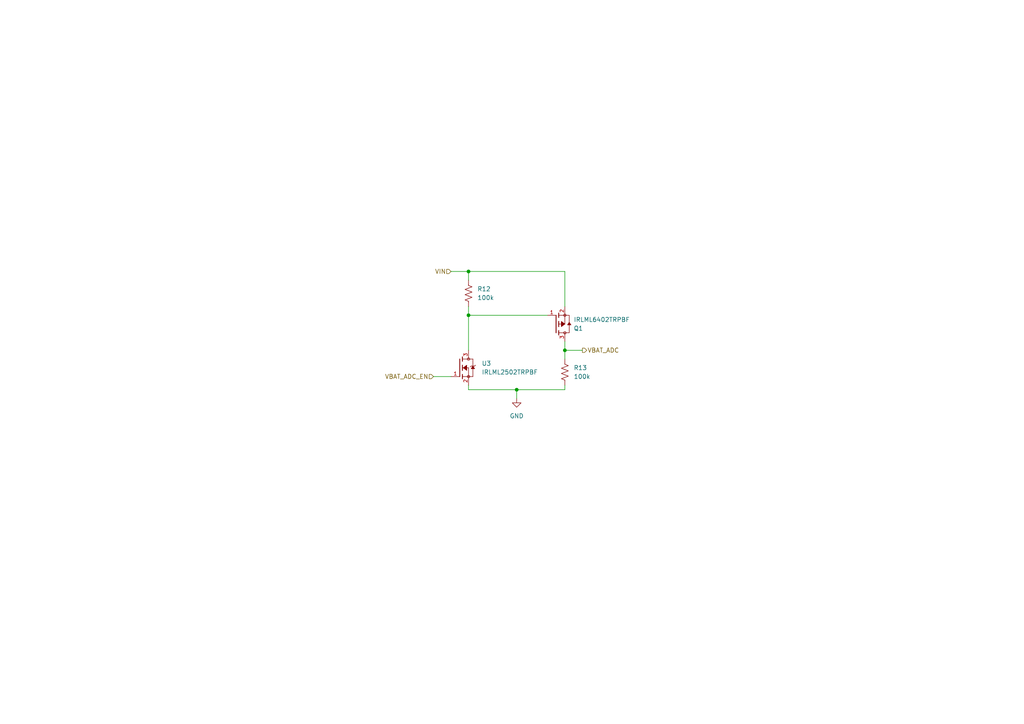
<source format=kicad_sch>
(kicad_sch (version 20230121) (generator eeschema)
  (paper "A4")
  (title_block (title "Key Fob") (date "2023-10-17") (company "J2B") (comment 1 "Author: Ben Martens"))
  (lib_symbols
    (symbol "Device:R_US" (pin_numbers hide) (pin_names (offset 0))
      (property "Reference" "R" (at 2.54 0 90))
      (property "Value" "R_US" (at -2.54 0 90))
      (symbol "R_US_0_1"
        (polyline (pts (xy 0 -2.286) (xy 0 -2.54)))
        (polyline (pts (xy 0 2.286) (xy 0 2.54)))
        (polyline (pts (xy 0 -0.762) (xy 1.016 -1.143) (xy 0 -1.524) (xy -1.016 -1.905) (xy 0 -2.286)))
        (polyline (pts (xy 0 0.762) (xy 1.016 0.381) (xy 0 0) (xy -1.016 -0.381) (xy 0 -0.762)))
        (polyline (pts (xy 0 2.286) (xy 1.016 1.905) (xy 0 1.524) (xy -1.016 1.143) (xy 0 0.762)))
      )
      (symbol "R_US_1_1"
        (pin passive line (at 0 3.81 270) (length 1.27) (name "~") (number "1"))
        (pin passive line (at 0 -3.81 90) (length 1.27) (name "~") (number "2"))
      )
    )
    (symbol "IRLML2502TRPBF:IRLML2502TRPBF" (pin_names (offset 1.016))
      (property "Reference" "U" (at -11.4527 2.5451 0))
      (property "Value" "IRLML2502TRPBF" (at -11.461 0 0))
      (symbol "IRLML2502TRPBF_0_0"
        (polyline (pts (xy 0 2.54) (xy 0 -2.54)) (stroke (width 0.254)))
        (polyline (pts (xy 0.762 -2.54) (xy 0.762 -3.175)) (stroke (width 0.254)))
        (polyline (pts (xy 0.762 -1.905) (xy 0.762 -2.54)) (stroke (width 0.254)))
        (polyline (pts (xy 0.762 0) (xy 0.762 -0.762)) (stroke (width 0.254)))
        (polyline (pts (xy 0.762 0) (xy 2.54 0)) (stroke (width 0.1524)))
        (polyline (pts (xy 0.762 0.762) (xy 0.762 0)) (stroke (width 0.254)))
        (polyline (pts (xy 0.762 2.54) (xy 0.762 1.905)) (stroke (width 0.254)))
        (polyline (pts (xy 0.762 2.54) (xy 3.81 2.54)) (stroke (width 0.1524)))
        (polyline (pts (xy 0.762 3.175) (xy 0.762 2.54)) (stroke (width 0.254)))
        (polyline (pts (xy 2.54 -2.54) (xy 0.762 -2.54)) (stroke (width 0.1524)))
        (polyline (pts (xy 2.54 -2.54) (xy 3.81 -2.54)) (stroke (width 0.1524)))
        (polyline (pts (xy 2.54 0) (xy 2.54 -2.54)) (stroke (width 0.1524)))
        (polyline (pts (xy 3.302 0.508) (xy 3.048 0.254)) (stroke (width 0.1524)))
        (polyline (pts (xy 3.81 0.508) (xy 3.302 0.508)) (stroke (width 0.1524)))
        (polyline (pts (xy 3.81 0.508) (xy 3.81 -2.54)) (stroke (width 0.1524)))
        (polyline (pts (xy 3.81 2.54) (xy 3.81 0.508)) (stroke (width 0.1524)))
        (polyline (pts (xy 4.318 0.508) (xy 3.81 0.508)) (stroke (width 0.1524)))
        (polyline (pts (xy 4.572 0.762) (xy 4.318 0.508)) (stroke (width 0.1524)))
        (polyline (pts (xy 1.016 0) (xy 2.032 0.762) (xy 2.032 -0.762) (xy 1.016 0)) (stroke (width 0.1524)) (fill (type outline)))
        (polyline (pts (xy 3.81 0.508) (xy 3.302 -0.254) (xy 4.318 -0.254) (xy 3.81 0.508)) (stroke (width 0.1524)) (fill (type outline)))
        (circle (center 2.54 -2.54) (radius 0.3592))
        (circle (center 2.54 2.54) (radius 0.3592))
        (pin passive line (at -2.54 -2.54 0) (length 2.54) (name "~") (number "1"))
        (pin passive line (at 2.54 -5.08 90) (length 2.54) (name "~") (number "2"))
        (pin passive line (at 2.54 5.08 270) (length 2.54) (name "~") (number "3"))
      )
    )
    (symbol "IRLML6402TRPBF:IRLML6402TRPBF" (pin_names (offset 1.016))
      (property "Reference" "Q" (at -11.43 3.81 0))
      (property "Value" "IRLML6402TRPBF" (at -11.43 -8.89 0))
      (symbol "IRLML6402TRPBF_0_0"
        (circle (center 0 -2.54) (radius 0.3592))
        (polyline (pts (xy -2.54 2.54) (xy -2.54 -2.54)) (stroke (width 0.254)))
        (polyline (pts (xy -1.778 -2.54) (xy -1.778 -3.175)) (stroke (width 0.254)))
        (polyline (pts (xy -1.778 -1.905) (xy -1.778 -2.54)) (stroke (width 0.254)))
        (polyline (pts (xy -1.778 0) (xy -1.778 -0.762)) (stroke (width 0.254)))
        (polyline (pts (xy -1.778 0) (xy 0 0)) (stroke (width 0.1524)))
        (polyline (pts (xy -1.778 0.762) (xy -1.778 0)) (stroke (width 0.254)))
        (polyline (pts (xy -1.778 2.54) (xy -1.778 1.905)) (stroke (width 0.254)))
        (polyline (pts (xy -1.778 2.54) (xy 1.27 2.54)) (stroke (width 0.1524)))
        (polyline (pts (xy -1.778 3.175) (xy -1.778 2.54)) (stroke (width 0.254)))
        (polyline (pts (xy 0 -2.54) (xy -1.778 -2.54)) (stroke (width 0.1524)))
        (polyline (pts (xy 0 -2.54) (xy 1.27 -2.54)) (stroke (width 0.1524)))
        (polyline (pts (xy 0 0) (xy 0 -2.54)) (stroke (width 0.1524)))
        (polyline (pts (xy 1.27 -0.508) (xy 1.27 -2.54)) (stroke (width 0.1524)))
        (polyline (pts (xy 1.27 2.54) (xy 1.27 -0.508)) (stroke (width 0.1524)))
        (polyline (pts (xy 0 0) (xy -1.016 -0.762) (xy -1.016 0.762) (xy 0 0)) (stroke (width 0.1524)) (fill (type outline)))
        (polyline (pts (xy 1.27 -0.508) (xy 1.778 0.254) (xy 0.762 0.254) (xy 1.27 -0.508)) (stroke (width 0.1524)) (fill (type outline)))
        (circle (center 0 2.54) (radius 0.3592))
        (pin passive line (at -5.08 -2.54 0) (length 2.54) (name "~") (number "1"))
        (pin passive line (at 0 -5.08 90) (length 2.54) (name "~") (number "2"))
        (pin passive line (at 0 5.08 270) (length 2.54) (name "~") (number "3"))
      )
    )
    (symbol "power:GND" (power) (pin_names (offset 0))
      (property "Value" "GND" (at 0 -3.81 0))
      (symbol "GND_0_1"
        (polyline (pts (xy 0 0) (xy 0 -1.27) (xy 1.27 -1.27) (xy 0 -2.54) (xy -1.27 -1.27) (xy 0 -1.27)))
      )
      (symbol "GND_1_1"
        (pin power_in line (at 0 0 270) (length 0) hide (name "GND") (number "1"))
      )
    )
  )
  (junction (at 135.89 91.44))
  (junction (at 149.86 113.03))
  (junction (at 135.89 78.74))
  (junction (at 163.83 101.6))
  (wire (pts (xy 135.89 91.44) (xy 158.75 91.44)))
  (wire (pts (xy 163.83 78.74) (xy 163.83 88.9)))
  (wire (pts (xy 135.89 91.44) (xy 135.89 101.6)))
  (wire (pts (xy 163.83 78.74) (xy 135.89 78.74)))
  (wire (pts (xy 149.86 113.03) (xy 163.83 113.03)))
  (wire (pts (xy 163.83 113.03) (xy 163.83 111.76)))
  (wire (pts (xy 135.89 111.76) (xy 135.89 113.03)))
  (wire (pts (xy 163.83 101.6) (xy 163.83 104.14)))
  (wire (pts (xy 163.83 101.6) (xy 168.91 101.6)))
  (wire (pts (xy 130.81 78.74) (xy 135.89 78.74)))
  (wire (pts (xy 135.89 78.74) (xy 135.89 81.28)))
  (wire (pts (xy 125.73 109.22) (xy 130.81 109.22)))
  (wire (pts (xy 135.89 113.03) (xy 149.86 113.03)))
  (wire (pts (xy 135.89 88.9) (xy 135.89 91.44)))
  (wire (pts (xy 163.83 99.06) (xy 163.83 101.6)))
  (wire (pts (xy 149.86 115.57) (xy 149.86 113.03)))
  (hierarchical_label "VIN" (shape input) (at 130.81 78.74 180))
  (hierarchical_label "VBAT_ADC_EN" (shape input) (at 125.73 109.22 180))
  (hierarchical_label "VBAT_ADC" (shape output) (at 168.91 101.6 0))
  (symbol (lib_id "power:GND") (at 149.86 115.57 0) (unit 1)
    (property "Reference" "#PWR02" (effects hide))
    (property "Value" "GND" (at 149.86 120.65 0))
    (instances (project "key-fob-pcb" (path "" (reference "#PWR02") (unit 1)) (path "" (reference "#PWR09") (unit 1))))
  )
  (symbol (lib_id "IRLML6402TRPBF:IRLML6402TRPBF") (at 163.83 93.98 0) (mirror x) (unit 1)
    (property "Reference" "Q1" (at 166.37 95.25 0) (effects (justify left)))
    (property "Value" "IRLML6402TRPBF" (at 166.37 92.71 0) (effects (justify left)))
    (property "Footprint" "IRLML6402TRPBF:SOT95P237X112-3N" (effects hide))
    (property "PARTREV" "N/A" (effects hide))
    (property "STANDARD" "IPC-7351B" (effects hide))
    (property "MANUFACTURER" "International Rectifier" (effects hide))
    (property "MPN" "C2593" (effects hide))
  )
  (symbol (lib_id "IRLML2502TRPBF:IRLML2502TRPBF") (at 133.35 106.68 0) (unit 1)
    (property "Reference" "U3" (at 139.7 105.41 0) (effects (justify left)))
    (property "Value" "IRLML2502TRPBF" (at 139.7 107.95 0) (effects (justify left)))
    (property "Footprint" "IRLML2502TRPBF:SOT23" (effects hide))
    (property "MPN" "C2589" (effects hide))
  )
  (symbol (lib_id "Device:R_US") (at 135.89 85.09 0) (unit 1)
    (property "Reference" "R12" (at 138.43 83.82 0) (effects (justify left)))
    (property "Value" "100k" (at 138.43 86.36 0) (effects (justify left)))
    (property "Footprint" "Resistor_SMD:R_0603_1608Metric" (effects hide))
    (property "MPN" "C5369222" (effects hide))
  )
  (symbol (lib_id "Device:R_US") (at 163.83 107.95 0) (unit 1)
    (property "Reference" "R13" (at 166.37 106.68 0) (effects (justify left)))
    (property "Value" "100k" (at 166.37 109.22 0) (effects (justify left)))
    (property "Footprint" "Resistor_SMD:R_0603_1608Metric" (effects hide))
    (property "MPN" "C5369222" (effects hide))
  )
)
</source>
